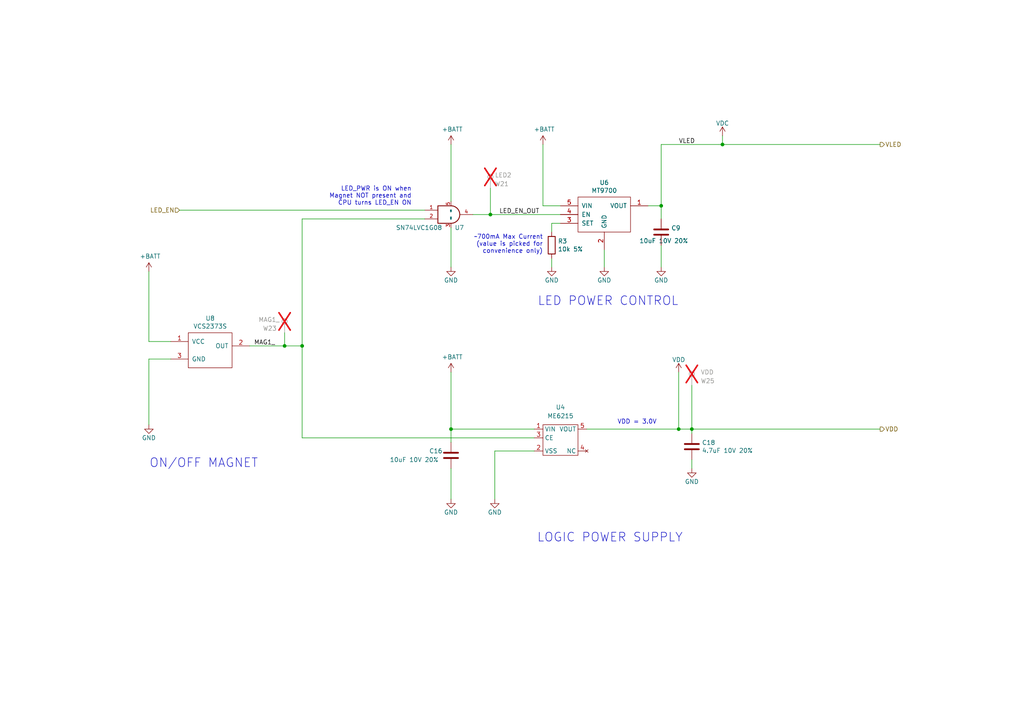
<source format=kicad_sch>
(kicad_sch (version 20231120) (generator "eeschema") (generator_version "8.0")
  (paper "A4")
  (title_block (title "Pixels D6 Schematic, Main") (date "2022-08-26") (rev "3") (company "Systemic Games, LLC") (comment 1 "Power Regulation"))
  (lib_symbols
    (symbol "Device:C" (pin_numbers hide) (pin_names (offset 0.254))
      (property "Reference" "C" (at 0.635 2.54 0))
      (property "Value" "C" (at 0.635 -2.54 0))
      (symbol "C_0_1"
        (polyline (pts (xy -2.032 -0.762) (xy 2.032 -0.762)) (stroke (width 0.508)))
        (polyline (pts (xy -2.032 0.762) (xy 2.032 0.762)) (stroke (width 0.508)))
      )
      (symbol "C_1_1"
        (pin passive line (at 0 3.81 270) (length 2.794) (name "~") (number "1"))
        (pin passive line (at 0 -3.81 90) (length 2.794) (name "~") (number "2"))
      )
    )
    (symbol "Device:R" (pin_numbers hide) (pin_names (offset 0))
      (property "Reference" "R" (at 2.032 0 90))
      (property "Value" "R" (at 0 0 90))
      (symbol "R_0_1"
        (rectangle (start -1.016 -2.54) (end 1.016 2.54) (stroke (width 0.254)))
      )
      (symbol "R_1_1"
        (pin passive line (at 0 3.81 270) (length 1.27) (name "~") (number "1"))
        (pin passive line (at 0 -3.81 90) (length 1.27) (name "~") (number "2"))
      )
    )
    (symbol "Pixels-dice:74AHC1G08" (pin_names (offset 1.016))
      (property "Reference" "U" (at -2.54 3.81 0))
      (property "Value" "74AHC1G08" (at 0 -3.81 0))
      (symbol "74AHC1G08_0_1"
        (arc (start 0 -2.54) (mid 2.529 0) (end 0 2.54) (stroke (width 0.254)))
        (polyline (pts (xy 0 -2.54) (xy -3.81 -2.54) (xy -3.81 2.54) (xy 0 2.54)) (stroke (width 0.254)))
      )
      (symbol "74AHC1G08_1_1"
        (pin input line (at -7.62 1.27 0) (length 3.81) (name "~") (number "1"))
        (pin input line (at -7.62 -1.27 0) (length 3.81) (name "~") (number "2"))
        (pin power_in line (at 0 -3.81 90) (length 1.27) (name "GND") (number "3"))
        (pin output line (at 6.35 0 180) (length 3.81) (name "~") (number "4"))
        (pin power_in line (at 0 3.81 270) (length 1.27) (name "VCC") (number "5"))
      )
    )
    (symbol "Pixels-dice:ME6215"
      (property "Reference" "U" (at 3.175 -6.35 0))
      (property "Value" "ME6215" (at 0 5.08 0))
      (symbol "ME6215_0_1"
        (rectangle (start -5.08 3.81) (end 5.08 -5.08))
      )
      (symbol "ME6215_1_1"
        (pin power_in line (at -7.62 2.54 0) (length 2.54) (name "VIN") (number "1"))
        (pin power_in line (at -7.62 -3.81 0) (length 2.54) (name "VSS") (number "2"))
        (pin input line (at -7.62 0 0) (length 2.54) (name "CE") (number "3"))
        (pin no_connect line (at 7.62 -3.81 180) (length 2.54) (name "NC") (number "4"))
        (pin power_out line (at 7.62 2.54 180) (length 2.54) (name "VOUT") (number "5"))
      )
    )
    (symbol "Pixels-dice:MT9700" (pin_names (offset 1.016))
      (property "Reference" "U" (at 6.35 -6.35 0))
      (property "Value" "MT9700" (at 0 6.35 0))
      (symbol "MT9700_0_1"
        (rectangle (start -7.62 5.08) (end 7.62 -5.08))
      )
      (symbol "MT9700_1_1"
        (pin power_out line (at 12.7 2.54 180) (length 5.08) (name "VOUT") (number "1"))
        (pin power_in line (at 0 -10.16 90) (length 5.08) (name "GND") (number "2"))
        (pin input line (at -12.7 -2.54 0) (length 5.08) (name "SET") (number "3"))
        (pin input line (at -12.7 0 0) (length 5.08) (name "EN") (number "4"))
        (pin power_in line (at -12.7 2.54 0) (length 5.08) (name "VIN") (number "5"))
      )
    )
    (symbol "Pixels-dice:TEST_1P-conn" (pin_numbers hide) (pin_names (offset 0.762) hide) (in_bom no)
      (property "Reference" "W" (at 0 6.858 0))
      (property "Value" "TEST_1P-conn" (at 0 5.08 0))
      (symbol "TEST_1P-conn_0_1"
        (circle (center 0 3.302) (radius 0.762))
      )
      (symbol "TEST_1P-conn_1_1"
        (pin passive line (at 0 0 90) (length 2.54) (name "1") (number "1"))
      )
    )
    (symbol "Pixels-dice:TMR1366" (pin_names (offset 1.016))
      (property "Reference" "U" (at 3.81 -6.35 0))
      (property "Value" "TMR1366" (at 0 6.35 0))
      (symbol "TMR1366_1_1"
        (rectangle (start -6.35 5.08) (end 6.35 -5.08))
        (pin power_in line (at -11.43 2.54 0) (length 5.08) (name "VCC") (number "1"))
        (pin output line (at 11.43 1.27 180) (length 5.08) (name "OUT") (number "2"))
        (pin power_in line (at -11.43 -2.54 0) (length 5.08) (name "GND") (number "3"))
      )
    )
    (symbol "TEST_1P-conn_1" (pin_numbers hide) (pin_names (offset 0.762) hide) (in_bom no)
      (property "Reference" "W" (at 0 6.858 0))
      (property "Value" "TEST_1P-conn_1" (at 0 5.08 0))
      (symbol "TEST_1P-conn_1_0_1"
        (circle (center 0 3.302) (radius 0.762))
      )
      (symbol "TEST_1P-conn_1_1_1"
        (pin passive line (at 0 0 90) (length 2.54) (name "1") (number "1"))
      )
    )
    (symbol "TEST_1P-conn_2" (pin_numbers hide) (pin_names (offset 0.762) hide) (in_bom no)
      (property "Reference" "W" (at 0 6.858 0))
      (property "Value" "TEST_1P-conn_2" (at 0 5.08 0))
      (symbol "TEST_1P-conn_2_0_1"
        (circle (center 0 3.302) (radius 0.762))
      )
      (symbol "TEST_1P-conn_2_1_1"
        (pin passive line (at 0 0 90) (length 2.54) (name "1") (number "1"))
      )
    )
    (symbol "power:+BATT" (power) (pin_names (offset 0))
      (property "Value" "+BATT" (at 0 3.556 0))
      (symbol "+BATT_0_1"
        (polyline (pts (xy -0.762 1.27) (xy 0 2.54)))
        (polyline (pts (xy 0 0) (xy 0 2.54)))
        (polyline (pts (xy 0 2.54) (xy 0.762 1.27)))
      )
      (symbol "+BATT_1_1"
        (pin power_in line (at 0 0 90) (length 0) hide (name "+BATT") (number "1"))
      )
    )
    (symbol "power:GND" (power) (pin_names (offset 0))
      (property "Value" "GND" (at 0 -3.81 0))
      (symbol "GND_0_1"
        (polyline (pts (xy 0 0) (xy 0 -1.27) (xy 1.27 -1.27) (xy 0 -2.54) (xy -1.27 -1.27) (xy 0 -1.27)))
      )
      (symbol "GND_1_1"
        (pin power_in line (at 0 0 270) (length 0) hide (name "GND") (number "1"))
      )
    )
    (symbol "power:VDC" (power) (pin_names (offset 0))
      (property "Value" "VDC" (at 0 6.35 0))
      (symbol "VDC_0_1"
        (polyline (pts (xy -0.762 1.27) (xy 0 2.54)))
        (polyline (pts (xy 0 0) (xy 0 2.54)))
        (polyline (pts (xy 0 2.54) (xy 0.762 1.27)))
      )
      (symbol "VDC_1_1"
        (pin power_in line (at 0 0 90) (length 0) hide (name "VDC") (number "1"))
      )
    )
    (symbol "power:VDD" (power) (pin_names (offset 0))
      (property "Value" "VDD" (at 0 3.81 0))
      (symbol "VDD_0_1"
        (polyline (pts (xy -0.762 1.27) (xy 0 2.54)))
        (polyline (pts (xy 0 0) (xy 0 2.54)))
        (polyline (pts (xy 0 2.54) (xy 0.762 1.27)))
      )
      (symbol "VDD_1_1"
        (pin power_in line (at 0 0 90) (length 0) hide (name "VDD") (number "1"))
      )
    )
  )
  (junction (at 142.24 62.23))
  (junction (at 209.55 41.91))
  (junction (at 200.66 124.46))
  (junction (at 196.85 124.46))
  (junction (at 130.81 124.46))
  (junction (at 87.63 100.33))
  (junction (at 82.55 100.33))
  (junction (at 191.77 59.69))
  (wire (pts (xy 130.81 124.46) (xy 154.94 124.46)))
  (wire (pts (xy 200.66 124.46) (xy 200.66 125.73)))
  (wire (pts (xy 87.63 100.33) (xy 82.55 100.33)))
  (wire (pts (xy 43.18 78.74) (xy 43.18 99.06)))
  (wire (pts (xy 130.81 124.46) (xy 130.81 128.27)))
  (wire (pts (xy 49.53 104.14) (xy 43.18 104.14)))
  (wire (pts (xy 255.27 41.91) (xy 209.55 41.91)))
  (wire (pts (xy 175.26 72.39) (xy 175.26 77.47)))
  (wire (pts (xy 154.94 130.81) (xy 143.51 130.81)))
  (wire (pts (xy 200.66 111.76) (xy 200.66 124.46)))
  (wire (pts (xy 52.07 60.96) (xy 123.19 60.96)))
  (wire (pts (xy 43.18 104.14) (xy 43.18 123.19)))
  (wire (pts (xy 196.85 107.95) (xy 196.85 124.46)))
  (wire (pts (xy 200.66 124.46) (xy 255.27 124.46)))
  (wire (pts (xy 191.77 63.5) (xy 191.77 59.69)))
  (wire (pts (xy 209.55 41.91) (xy 191.77 41.91)))
  (wire (pts (xy 162.56 59.69) (xy 157.48 59.69)))
  (wire (pts (xy 87.63 63.5) (xy 87.63 100.33)))
  (wire (pts (xy 130.81 107.95) (xy 130.81 124.46)))
  (wire (pts (xy 130.81 66.04) (xy 130.81 77.47)))
  (wire (pts (xy 43.18 99.06) (xy 49.53 99.06)))
  (wire (pts (xy 130.81 41.91) (xy 130.81 58.42)))
  (wire (pts (xy 142.24 62.23) (xy 162.56 62.23)))
  (wire (pts (xy 143.51 130.81) (xy 143.51 144.78)))
  (wire (pts (xy 209.55 39.37) (xy 209.55 41.91)))
  (wire (pts (xy 162.56 64.77) (xy 160.02 64.77)))
  (wire (pts (xy 87.63 100.33) (xy 87.63 127)))
  (wire (pts (xy 160.02 74.93) (xy 160.02 77.47)))
  (wire (pts (xy 137.16 62.23) (xy 142.24 62.23)))
  (wire (pts (xy 170.18 124.46) (xy 196.85 124.46)))
  (wire (pts (xy 82.55 100.33) (xy 72.39 100.33)))
  (wire (pts (xy 160.02 64.77) (xy 160.02 67.31)))
  (wire (pts (xy 154.94 127) (xy 87.63 127)))
  (wire (pts (xy 196.85 124.46) (xy 200.66 124.46)))
  (wire (pts (xy 187.96 59.69) (xy 191.77 59.69)))
  (wire (pts (xy 157.48 41.91) (xy 157.48 59.69)))
  (wire (pts (xy 200.66 133.35) (xy 200.66 135.89)))
  (wire (pts (xy 142.24 54.61) (xy 142.24 62.23)))
  (wire (pts (xy 191.77 41.91) (xy 191.77 59.69)))
  (wire (pts (xy 82.55 96.52) (xy 82.55 100.33)))
  (wire (pts (xy 87.63 63.5) (xy 123.19 63.5)))
  (wire (pts (xy 191.77 71.12) (xy 191.77 77.47)))
  (wire (pts (xy 130.81 135.89) (xy 130.81 144.78)))
  (text "LOGIC POWER SUPPLY" (at 198.12 157.48 0) (effects (font (size 2.54 2.54)) (justify right bottom)))
  (text "ON/OFF MAGNET" (at 74.93 135.89 0) (effects (font (size 2.54 2.54)) (justify right bottom)))
  (text "LED_PWR is ON when\nMagnet NOT present and\nCPU turns LED_EN ON" (at 119.38 59.69 0) (effects (font (size 1.27 1.27)) (justify right bottom)))
  (text "LED POWER CONTROL" (at 196.85 88.9 0) (effects (font (size 2.54 2.54)) (justify right bottom)))
  (text "~700mA Max Current\n(value is picked for\nconvenience only)" (at 157.48 73.66 0) (effects (font (size 1.27 1.27)) (justify right bottom)))
  (text "VDD = 3.0V" (at 190.5 123.19 0) (effects (font (size 1.27 1.27)) (justify right bottom)))
  (label "MAG1_" (at 73.66 100.33 0))
  (label "VLED" (at 196.85 41.91 0))
  (label "LED_EN_OUT" (at 144.78 62.23 0))
  (hierarchical_label "LED_EN" (shape input) (at 52.07 60.96 180))
  (hierarchical_label "VDD" (shape output) (at 255.27 124.46 0))
  (hierarchical_label "VLED" (shape output) (at 255.27 41.91 0))
  (symbol (lib_name "TEST_1P-conn_2") (lib_id "Pixels-dice:TEST_1P-conn") (at 142.24 54.61 0) (unit 1) (in_bom no) (dnp yes)
    (property "Reference" "W21" (at 143.51 53.34 0) (effects (justify left)))
    (property "Value" "LED2" (at 143.51 50.8 0) (effects (justify left)))
    (property "Footprint" "Pixels-dice:TEST_PIN" (effects (hide yes)))
    (property "Generic OK" "N/A" (effects (hide yes)))
  )
  (symbol (lib_id "power:+BATT") (at 157.48 41.91 0) (unit 1)
    (property "Reference" "#PWR033" (effects (hide yes)))
    (property "Value" "+BATT" (at 157.861 37.5158 0))
  )
  (symbol (lib_id "Device:C") (at 200.66 129.54 0) (unit 1)
    (property "Reference" "C18" (at 203.581 128.3716 0) (effects (justify left)))
    (property "Value" "4.7uF 10V 20%" (at 203.581 130.683 0) (effects (justify left)))
    (property "Footprint" "Pixels-dice:C_0402_1005Metric" (effects (hide yes)))
    (property "Generic OK" "YES" (effects (hide yes)))
    (property "Pixels Part Number" "SMD-C002" (effects (hide yes)))
    (property "Manufacturer" "Murata" (effects (hide yes)))
    (property "Manufacturer Part Number" "GRM155R61A475MEAAJ" (effects (hide yes)))
  )
  (symbol (lib_id "power:GND") (at 200.66 135.89 0) (unit 1)
    (property "Reference" "#PWR028" (effects (hide yes)))
    (property "Value" "GND" (at 200.66 139.7 0))
  )
  (symbol (lib_id "power:GND") (at 130.81 144.78 0) (unit 1)
    (property "Reference" "#PWR029" (effects (hide yes)))
    (property "Value" "GND" (at 130.81 148.59 0))
  )
  (symbol (lib_id "power:GND") (at 175.26 77.47 0) (unit 1)
    (property "Reference" "#PWR038" (effects (hide yes)))
    (property "Value" "GND" (at 175.26 81.28 0))
  )
  (symbol (lib_id "power:GND") (at 43.18 123.19 0) (unit 1)
    (property "Reference" "#PWR039" (effects (hide yes)))
    (property "Value" "GND" (at 43.18 127 0))
  )
  (symbol (lib_id "Device:C") (at 130.81 132.08 0) (unit 1)
    (property "Reference" "C16" (at 124.46 130.81 0) (effects (justify left)))
    (property "Value" "10uF 10V 20%" (at 113.03 133.35 0) (effects (justify left)))
    (property "Footprint" "Pixels-dice:C_0402_1005Metric" (effects (hide yes)))
    (property "Generic OK" "YES" (effects (hide yes)))
    (property "Pixels Part Number" "SMD-C002" (effects (hide yes)))
    (property "Manufacturer" "Murata" (effects (hide yes)))
    (property "Manufacturer Part Number" "GRM155R60J106ME05D" (effects (hide yes)))
  )
  (symbol (lib_id "power:+BATT") (at 130.81 107.95 0) (unit 1)
    (property "Reference" "#PWR025" (effects (hide yes)))
    (property "Value" "+BATT" (at 131.191 103.5558 0))
  )
  (symbol (lib_id "power:+BATT") (at 43.18 78.74 0) (unit 1)
    (property "Reference" "#PWR036" (effects (hide yes)))
    (property "Value" "+BATT" (at 43.561 74.3458 0))
  )
  (symbol (lib_id "Pixels-dice:TEST_1P-conn") (at 82.55 96.52 0) (unit 1) (in_bom no) (dnp yes)
    (property "Reference" "W23" (at 76.2 95.25 0) (effects (justify left)))
    (property "Value" "MAG1_" (at 74.93 92.71 0) (effects (justify left)))
    (property "Footprint" "Pixels-dice:TEST_PIN" (effects (hide yes)))
    (property "Generic OK" "N/A" (effects (hide yes)))
  )
  (symbol (lib_id "Pixels-dice:74AHC1G08") (at 130.81 62.23 0) (unit 1)
    (property "Reference" "U7" (at 134.62 66.04 0) (effects (justify right)))
    (property "Value" "SN74LVC1G08" (at 128.27 66.04 0) (effects (justify right)))
    (property "Footprint" "Pixels-dice:SOT-353_SC-70-5" (effects (hide yes)))
    (property "Datasheet" "http://www.ti.com/lit/sg/scyt129e/scyt129e.pdf" (effects (hide yes)))
    (property "Generic OK" "YES" (effects (hide yes)))
    (property "Manufacturer" "UMW(Youtai Semiconductor Co., Ltd.)" (effects (hide yes)))
    (property "Manufacturer Part Number" "SN74LVC1G08DCKR" (effects (hide yes)))
    (property "Pixels Part Number" "SMD-U007" (effects (hide yes)))
  )
  (symbol (lib_id "power:+BATT") (at 130.81 41.91 0) (unit 1)
    (property "Reference" "#PWR020" (effects (hide yes)))
    (property "Value" "+BATT" (at 131.191 37.5158 0))
  )
  (symbol (lib_id "power:GND") (at 130.81 77.47 0) (unit 1)
    (property "Reference" "#PWR034" (effects (hide yes)))
    (property "Value" "GND" (at 130.81 81.28 0))
  )
  (symbol (lib_name "TEST_1P-conn_1") (lib_id "Pixels-dice:TEST_1P-conn") (at 200.66 111.76 0) (unit 1) (in_bom no) (dnp yes)
    (property "Reference" "W25" (at 203.2 110.49 0) (effects (justify left)))
    (property "Value" "VDD" (at 203.2 107.95 0) (effects (justify left)))
    (property "Footprint" "Pixels-dice:TEST_PIN" (effects (hide yes)))
    (property "Generic OK" "N/A" (effects (hide yes)))
  )
  (symbol (lib_id "Pixels-dice:TMR1366") (at 60.96 101.6 0) (unit 1)
    (property "Reference" "U8" (at 60.96 92.329 0))
    (property "Value" "VCS2373S" (at 60.96 94.6404 0))
    (property "Footprint" "Package_TO_SOT_SMD:SOT-23" (effects (hide yes)))
    (property "Generic OK" "NO" (effects (hide yes)))
    (property "Manufacturer" "HUAXIN" (effects (hide yes)))
    (property "Manufacturer Part Number" "VCS2373S" (effects (hide yes)))
    (property "Pixels Part Number" "SMD-U008-ALT8" (effects (hide yes)))
  )
  (symbol (lib_id "Device:C") (at 191.77 67.31 0) (unit 1)
    (property "Reference" "C9" (at 194.691 66.1416 0) (effects (justify left)))
    (property "Value" "10uF 10V 20%" (at 185.42 69.85 0) (effects (justify left)))
    (property "Footprint" "Pixels-dice:C_0402_1005Metric" (effects (hide yes)))
    (property "Generic OK" "YES" (effects (hide yes)))
    (property "Pixels Part Number" "SMD-C002" (effects (hide yes)))
    (property "Manufacturer" "Murata" (effects (hide yes)))
    (property "Manufacturer Part Number" "GRM155R60J106ME05D" (effects (hide yes)))
  )
  (symbol (lib_id "power:GND") (at 191.77 77.47 0) (unit 1)
    (property "Reference" "#PWR0142" (effects (hide yes)))
    (property "Value" "GND" (at 191.77 81.28 0))
  )
  (symbol (lib_id "Pixels-dice:MT9700") (at 175.26 62.23 0) (unit 1)
    (property "Reference" "U6" (at 175.26 52.959 0))
    (property "Value" "MT9700" (at 175.26 55.2704 0))
    (property "Footprint" "Pixels-dice:SOT-23-5" (effects (hide yes)))
    (property "Manufacturer" "XI'AN Aerosemi Tech" (effects (hide yes)))
    (property "Manufacturer Part Number" "MT9700" (effects (hide yes)))
    (property "Pixels Part Number" "SMD-U006-ALT2" (effects (hide yes)))
    (property "Generic OK" "NO" (effects (hide yes)))
  )
  (symbol (lib_id "Device:R") (at 160.02 71.12 0) (unit 1)
    (property "Reference" "R3" (at 161.798 69.9516 0) (effects (justify left)))
    (property "Value" "10k 5%" (at 161.798 72.263 0) (effects (justify left)))
    (property "Footprint" "Resistor_SMD:R_0402_1005Metric" (effects (hide yes)))
    (property "Generic OK" "YES" (effects (hide yes)))
    (property "Manufacturer" "UNI-ROYAL(Uniroyal Elec)" (effects (hide yes)))
    (property "Manufacturer Part Number" "0402WGJ0103TCE" (effects (hide yes)))
    (property "Pixels Part Number" "SMD-R002" (effects (hide yes)))
  )
  (symbol (lib_id "power:GND") (at 160.02 77.47 0) (unit 1)
    (property "Reference" "#PWR0101" (effects (hide yes)))
    (property "Value" "GND" (at 160.02 81.28 0))
  )
  (symbol (lib_id "power:VDC") (at 209.55 39.37 0) (unit 1)
    (property "Reference" "#PWR026" (effects (hide yes)))
    (property "Value" "VDC" (at 209.55 35.7655 0))
  )
  (symbol (lib_id "Pixels-dice:ME6215") (at 162.56 127 0) (unit 1)
    (property "Reference" "U4" (at 162.56 118.11 0))
    (property "Value" "ME6215" (at 162.56 120.65 0))
    (property "Footprint" "Pixels-dice:SOT-23-5" (effects (hide yes)))
    (property "Generic OK" "NO" (effects (hide yes)))
    (property "Manufacturer" "MICRONE(Nanjing Micro One Elec)" (effects (hide yes)))
    (property "Manufacturer Part Number" "ME6215C30M5G" (effects (hide yes)))
  )
  (symbol (lib_id "power:VDD") (at 196.85 107.95 0) (unit 1)
    (property "Reference" "#PWR027" (effects (hide yes)))
    (property "Value" "VDD" (at 196.85 104.3455 0))
  )
  (symbol (lib_id "power:GND") (at 143.51 144.78 0) (unit 1)
    (property "Reference" "#PWR0118" (effects (hide yes)))
    (property "Value" "GND" (at 143.51 148.59 0))
  )
)
</source>
